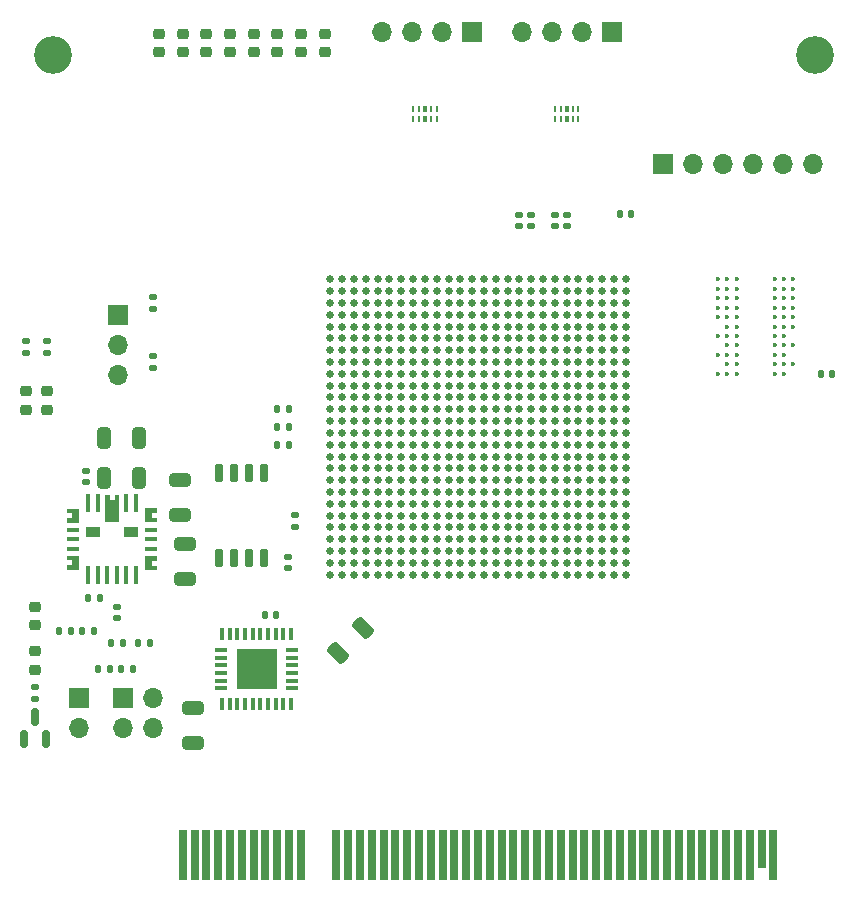
<source format=gts>
G04 #@! TF.GenerationSoftware,KiCad,Pcbnew,6.0.11+dfsg-1*
G04 #@! TF.CreationDate,2023-08-05T12:29:56+02:00*
G04 #@! TF.ProjectId,kintex-pcie,6b696e74-6578-42d7-9063-69652e6b6963,rev?*
G04 #@! TF.SameCoordinates,Original*
G04 #@! TF.FileFunction,Soldermask,Top*
G04 #@! TF.FilePolarity,Negative*
%FSLAX46Y46*%
G04 Gerber Fmt 4.6, Leading zero omitted, Abs format (unit mm)*
G04 Created by KiCad (PCBNEW 6.0.11+dfsg-1) date 2023-08-05 12:29:56*
%MOMM*%
%LPD*%
G01*
G04 APERTURE LIST*
G04 Aperture macros list*
%AMRoundRect*
0 Rectangle with rounded corners*
0 $1 Rounding radius*
0 $2 $3 $4 $5 $6 $7 $8 $9 X,Y pos of 4 corners*
0 Add a 4 corners polygon primitive as box body*
4,1,4,$2,$3,$4,$5,$6,$7,$8,$9,$2,$3,0*
0 Add four circle primitives for the rounded corners*
1,1,$1+$1,$2,$3*
1,1,$1+$1,$4,$5*
1,1,$1+$1,$6,$7*
1,1,$1+$1,$8,$9*
0 Add four rect primitives between the rounded corners*
20,1,$1+$1,$2,$3,$4,$5,0*
20,1,$1+$1,$4,$5,$6,$7,0*
20,1,$1+$1,$6,$7,$8,$9,0*
20,1,$1+$1,$8,$9,$2,$3,0*%
%AMFreePoly0*
4,1,9,0.550000,-0.975000,-0.550000,-0.975000,-0.550000,-0.625000,-0.050000,-0.625000,-0.050000,-0.175000,-0.550000,-0.175000,-0.550000,0.175000,0.550000,0.175000,0.550000,-0.975000,0.550000,-0.975000,$1*%
%AMFreePoly1*
4,1,9,1.750000,-0.975000,-0.550000,-0.975000,-0.550000,-0.625000,-0.050000,-0.625000,-0.050000,-0.175000,-0.550000,-0.175000,-0.550000,0.175000,1.750000,0.175000,1.750000,-0.975000,1.750000,-0.975000,$1*%
G04 Aperture macros list end*
%ADD10RoundRect,0.135000X-0.135000X-0.185000X0.135000X-0.185000X0.135000X0.185000X-0.135000X0.185000X0*%
%ADD11RoundRect,0.135000X0.185000X-0.135000X0.185000X0.135000X-0.185000X0.135000X-0.185000X-0.135000X0*%
%ADD12R,1.700000X1.700000*%
%ADD13O,1.700000X1.700000*%
%ADD14RoundRect,0.135000X0.135000X0.185000X-0.135000X0.185000X-0.135000X-0.185000X0.135000X-0.185000X0*%
%ADD15RoundRect,0.218750X-0.256250X0.218750X-0.256250X-0.218750X0.256250X-0.218750X0.256250X0.218750X0*%
%ADD16R,0.250000X0.610000*%
%ADD17R,0.380000X0.610000*%
%ADD18C,0.630000*%
%ADD19R,0.700000X4.300000*%
%ADD20R,0.700000X3.200000*%
%ADD21RoundRect,0.218750X0.256250X-0.218750X0.256250X0.218750X-0.256250X0.218750X-0.256250X-0.218750X0*%
%ADD22RoundRect,0.140000X0.170000X-0.140000X0.170000X0.140000X-0.170000X0.140000X-0.170000X-0.140000X0*%
%ADD23RoundRect,0.250000X0.650000X-0.325000X0.650000X0.325000X-0.650000X0.325000X-0.650000X-0.325000X0*%
%ADD24RoundRect,0.250000X0.325000X0.650000X-0.325000X0.650000X-0.325000X-0.650000X0.325000X-0.650000X0*%
%ADD25C,3.200000*%
%ADD26R,0.990600X0.355600*%
%ADD27R,0.355600X0.990600*%
%ADD28R,3.505200X3.505200*%
%ADD29RoundRect,0.140000X-0.140000X-0.170000X0.140000X-0.170000X0.140000X0.170000X-0.140000X0.170000X0*%
%ADD30RoundRect,0.135000X-0.185000X0.135000X-0.185000X-0.135000X0.185000X-0.135000X0.185000X0.135000X0*%
%ADD31RoundRect,0.150000X-0.150000X0.650000X-0.150000X-0.650000X0.150000X-0.650000X0.150000X0.650000X0*%
%ADD32FreePoly0,180.000000*%
%ADD33R,1.092200X0.355600*%
%ADD34R,0.355600X1.498600*%
%ADD35FreePoly1,270.000000*%
%ADD36FreePoly0,0.000000*%
%ADD37R,1.143000X0.812800*%
%ADD38RoundRect,0.140000X0.140000X0.170000X-0.140000X0.170000X-0.140000X-0.170000X0.140000X-0.170000X0*%
%ADD39RoundRect,0.150000X0.150000X-0.587500X0.150000X0.587500X-0.150000X0.587500X-0.150000X-0.587500X0*%
%ADD40C,0.360000*%
%ADD41RoundRect,0.140000X-0.170000X0.140000X-0.170000X-0.140000X0.170000X-0.140000X0.170000X0.140000X0*%
%ADD42RoundRect,0.250000X-0.650000X0.325000X-0.650000X-0.325000X0.650000X-0.325000X0.650000X0.325000X0*%
%ADD43RoundRect,0.250000X0.229810X-0.689429X0.689429X-0.229810X-0.229810X0.689429X-0.689429X0.229810X0*%
G04 APERTURE END LIST*
D10*
X51990000Y-102750000D03*
X53010000Y-102750000D03*
D11*
X60000000Y-80510000D03*
X60000000Y-79490000D03*
D12*
X86990000Y-52025000D03*
D13*
X84450000Y-52025000D03*
X81910000Y-52025000D03*
X79370000Y-52025000D03*
D12*
X103150000Y-63250000D03*
D13*
X105690000Y-63250000D03*
X108230000Y-63250000D03*
X110770000Y-63250000D03*
X113310000Y-63250000D03*
X115850000Y-63250000D03*
D14*
X58310000Y-106000000D03*
X57290000Y-106000000D03*
D10*
X56390000Y-103800000D03*
X57410000Y-103800000D03*
D15*
X72500000Y-52212500D03*
X72500000Y-53787500D03*
D16*
X94000000Y-59410000D03*
X94500000Y-59410000D03*
D17*
X95000000Y-59410000D03*
D16*
X95500000Y-59410000D03*
X96000000Y-59410000D03*
X96000000Y-58590000D03*
X95500000Y-58590000D03*
D17*
X95000000Y-58590000D03*
D16*
X94500000Y-58590000D03*
X94000000Y-58590000D03*
D15*
X66500000Y-52212500D03*
X66500000Y-53787500D03*
D12*
X98800000Y-52025000D03*
D13*
X96260000Y-52025000D03*
X93720000Y-52025000D03*
X91180000Y-52025000D03*
D10*
X53980000Y-102750000D03*
X55000000Y-102750000D03*
D16*
X82000000Y-59410000D03*
X82500000Y-59410000D03*
D17*
X83000000Y-59410000D03*
D16*
X83500000Y-59410000D03*
X84000000Y-59410000D03*
X84000000Y-58590000D03*
X83500000Y-58590000D03*
D17*
X83000000Y-58590000D03*
D16*
X82500000Y-58590000D03*
X82000000Y-58590000D03*
D18*
X100000000Y-98000000D03*
X99000000Y-98000000D03*
X98000000Y-98000000D03*
X97000000Y-98000000D03*
X96000000Y-98000000D03*
X95000000Y-98000000D03*
X94000000Y-98000000D03*
X93000000Y-98000000D03*
X92000000Y-98000000D03*
X91000000Y-98000000D03*
X90000000Y-98000000D03*
X89000000Y-98000000D03*
X88000000Y-98000000D03*
X87000000Y-98000000D03*
X86000000Y-98000000D03*
X85000000Y-98000000D03*
X84000000Y-98000000D03*
X83000000Y-98000000D03*
X82000000Y-98000000D03*
X81000000Y-98000000D03*
X80000000Y-98000000D03*
X79000000Y-98000000D03*
X78000000Y-98000000D03*
X77000000Y-98000000D03*
X76000000Y-98000000D03*
X75000000Y-98000000D03*
X100000000Y-78000000D03*
X99000000Y-78000000D03*
X98000000Y-78000000D03*
X97000000Y-78000000D03*
X96000000Y-78000000D03*
X95000000Y-78000000D03*
X94000000Y-78000000D03*
X93000000Y-78000000D03*
X92000000Y-78000000D03*
X91000000Y-78000000D03*
X90000000Y-78000000D03*
X89000000Y-78000000D03*
X88000000Y-78000000D03*
X87000000Y-78000000D03*
X86000000Y-78000000D03*
X85000000Y-78000000D03*
X84000000Y-78000000D03*
X83000000Y-78000000D03*
X82000000Y-78000000D03*
X81000000Y-78000000D03*
X80000000Y-78000000D03*
X79000000Y-78000000D03*
X78000000Y-78000000D03*
X77000000Y-78000000D03*
X76000000Y-78000000D03*
X75000000Y-78000000D03*
X100000000Y-77000000D03*
X99000000Y-77000000D03*
X98000000Y-77000000D03*
X97000000Y-77000000D03*
X96000000Y-77000000D03*
X95000000Y-77000000D03*
X94000000Y-77000000D03*
X93000000Y-77000000D03*
X92000000Y-77000000D03*
X91000000Y-77000000D03*
X90000000Y-77000000D03*
X89000000Y-77000000D03*
X88000000Y-77000000D03*
X87000000Y-77000000D03*
X86000000Y-77000000D03*
X85000000Y-77000000D03*
X84000000Y-77000000D03*
X83000000Y-77000000D03*
X82000000Y-77000000D03*
X81000000Y-77000000D03*
X80000000Y-77000000D03*
X79000000Y-77000000D03*
X78000000Y-77000000D03*
X77000000Y-77000000D03*
X76000000Y-77000000D03*
X75000000Y-77000000D03*
X100000000Y-76000000D03*
X99000000Y-76000000D03*
X98000000Y-76000000D03*
X97000000Y-76000000D03*
X96000000Y-76000000D03*
X95000000Y-76000000D03*
X94000000Y-76000000D03*
X93000000Y-76000000D03*
X92000000Y-76000000D03*
X91000000Y-76000000D03*
X90000000Y-76000000D03*
X89000000Y-76000000D03*
X88000000Y-76000000D03*
X87000000Y-76000000D03*
X86000000Y-76000000D03*
X85000000Y-76000000D03*
X84000000Y-76000000D03*
X83000000Y-76000000D03*
X82000000Y-76000000D03*
X81000000Y-76000000D03*
X80000000Y-76000000D03*
X79000000Y-76000000D03*
X78000000Y-76000000D03*
X77000000Y-76000000D03*
X76000000Y-76000000D03*
X75000000Y-76000000D03*
X100000000Y-75000000D03*
X99000000Y-75000000D03*
X98000000Y-75000000D03*
X97000000Y-75000000D03*
X96000000Y-75000000D03*
X95000000Y-75000000D03*
X94000000Y-75000000D03*
X93000000Y-75000000D03*
X92000000Y-75000000D03*
X91000000Y-75000000D03*
X90000000Y-75000000D03*
X89000000Y-75000000D03*
X88000000Y-75000000D03*
X87000000Y-75000000D03*
X86000000Y-75000000D03*
X85000000Y-75000000D03*
X84000000Y-75000000D03*
X83000000Y-75000000D03*
X82000000Y-75000000D03*
X81000000Y-75000000D03*
X80000000Y-75000000D03*
X79000000Y-75000000D03*
X78000000Y-75000000D03*
X77000000Y-75000000D03*
X76000000Y-75000000D03*
X75000000Y-75000000D03*
X100000000Y-74000000D03*
X99000000Y-74000000D03*
X98000000Y-74000000D03*
X97000000Y-74000000D03*
X96000000Y-74000000D03*
X95000000Y-74000000D03*
X94000000Y-74000000D03*
X93000000Y-74000000D03*
X92000000Y-74000000D03*
X91000000Y-74000000D03*
X90000000Y-74000000D03*
X89000000Y-74000000D03*
X88000000Y-74000000D03*
X87000000Y-74000000D03*
X86000000Y-74000000D03*
X85000000Y-74000000D03*
X84000000Y-74000000D03*
X83000000Y-74000000D03*
X82000000Y-74000000D03*
X81000000Y-74000000D03*
X80000000Y-74000000D03*
X79000000Y-74000000D03*
X78000000Y-74000000D03*
X77000000Y-74000000D03*
X76000000Y-74000000D03*
X75000000Y-74000000D03*
X100000000Y-73000000D03*
X99000000Y-73000000D03*
X98000000Y-73000000D03*
X97000000Y-73000000D03*
X96000000Y-73000000D03*
X95000000Y-73000000D03*
X94000000Y-73000000D03*
X93000000Y-73000000D03*
X92000000Y-73000000D03*
X91000000Y-73000000D03*
X90000000Y-73000000D03*
X89000000Y-73000000D03*
X88000000Y-73000000D03*
X87000000Y-73000000D03*
X86000000Y-73000000D03*
X85000000Y-73000000D03*
X84000000Y-73000000D03*
X83000000Y-73000000D03*
X82000000Y-73000000D03*
X81000000Y-73000000D03*
X80000000Y-73000000D03*
X79000000Y-73000000D03*
X78000000Y-73000000D03*
X77000000Y-73000000D03*
X76000000Y-73000000D03*
X75000000Y-73000000D03*
X100000000Y-97000000D03*
X99000000Y-97000000D03*
X98000000Y-97000000D03*
X97000000Y-97000000D03*
X96000000Y-97000000D03*
X95000000Y-97000000D03*
X94000000Y-97000000D03*
X93000000Y-97000000D03*
X92000000Y-97000000D03*
X91000000Y-97000000D03*
X90000000Y-97000000D03*
X89000000Y-97000000D03*
X88000000Y-97000000D03*
X87000000Y-97000000D03*
X86000000Y-97000000D03*
X85000000Y-97000000D03*
X84000000Y-97000000D03*
X83000000Y-97000000D03*
X82000000Y-97000000D03*
X81000000Y-97000000D03*
X80000000Y-97000000D03*
X79000000Y-97000000D03*
X78000000Y-97000000D03*
X77000000Y-97000000D03*
X76000000Y-97000000D03*
X75000000Y-97000000D03*
X100000000Y-96000000D03*
X99000000Y-96000000D03*
X98000000Y-96000000D03*
X97000000Y-96000000D03*
X96000000Y-96000000D03*
X95000000Y-96000000D03*
X94000000Y-96000000D03*
X93000000Y-96000000D03*
X92000000Y-96000000D03*
X91000000Y-96000000D03*
X90000000Y-96000000D03*
X89000000Y-96000000D03*
X88000000Y-96000000D03*
X87000000Y-96000000D03*
X86000000Y-96000000D03*
X85000000Y-96000000D03*
X84000000Y-96000000D03*
X83000000Y-96000000D03*
X82000000Y-96000000D03*
X81000000Y-96000000D03*
X80000000Y-96000000D03*
X79000000Y-96000000D03*
X78000000Y-96000000D03*
X77000000Y-96000000D03*
X76000000Y-96000000D03*
X75000000Y-96000000D03*
X100000000Y-95000000D03*
X99000000Y-95000000D03*
X98000000Y-95000000D03*
X97000000Y-95000000D03*
X96000000Y-95000000D03*
X95000000Y-95000000D03*
X94000000Y-95000000D03*
X93000000Y-95000000D03*
X92000000Y-95000000D03*
X91000000Y-95000000D03*
X90000000Y-95000000D03*
X89000000Y-95000000D03*
X88000000Y-95000000D03*
X87000000Y-95000000D03*
X86000000Y-95000000D03*
X85000000Y-95000000D03*
X84000000Y-95000000D03*
X83000000Y-95000000D03*
X82000000Y-95000000D03*
X81000000Y-95000000D03*
X80000000Y-95000000D03*
X79000000Y-95000000D03*
X78000000Y-95000000D03*
X77000000Y-95000000D03*
X76000000Y-95000000D03*
X75000000Y-95000000D03*
X100000000Y-94000000D03*
X99000000Y-94000000D03*
X98000000Y-94000000D03*
X97000000Y-94000000D03*
X96000000Y-94000000D03*
X95000000Y-94000000D03*
X94000000Y-94000000D03*
X93000000Y-94000000D03*
X92000000Y-94000000D03*
X91000000Y-94000000D03*
X90000000Y-94000000D03*
X89000000Y-94000000D03*
X88000000Y-94000000D03*
X87000000Y-94000000D03*
X86000000Y-94000000D03*
X85000000Y-94000000D03*
X84000000Y-94000000D03*
X83000000Y-94000000D03*
X82000000Y-94000000D03*
X81000000Y-94000000D03*
X80000000Y-94000000D03*
X79000000Y-94000000D03*
X78000000Y-94000000D03*
X77000000Y-94000000D03*
X76000000Y-94000000D03*
X75000000Y-94000000D03*
X100000000Y-93000000D03*
X99000000Y-93000000D03*
X98000000Y-93000000D03*
X97000000Y-93000000D03*
X96000000Y-93000000D03*
X95000000Y-93000000D03*
X94000000Y-93000000D03*
X93000000Y-93000000D03*
X92000000Y-93000000D03*
X91000000Y-93000000D03*
X90000000Y-93000000D03*
X89000000Y-93000000D03*
X88000000Y-93000000D03*
X87000000Y-93000000D03*
X86000000Y-93000000D03*
X85000000Y-93000000D03*
X84000000Y-93000000D03*
X83000000Y-93000000D03*
X82000000Y-93000000D03*
X81000000Y-93000000D03*
X80000000Y-93000000D03*
X79000000Y-93000000D03*
X78000000Y-93000000D03*
X77000000Y-93000000D03*
X76000000Y-93000000D03*
X75000000Y-93000000D03*
X100000000Y-92000000D03*
X99000000Y-92000000D03*
X98000000Y-92000000D03*
X97000000Y-92000000D03*
X96000000Y-92000000D03*
X95000000Y-92000000D03*
X94000000Y-92000000D03*
X93000000Y-92000000D03*
X92000000Y-92000000D03*
X91000000Y-92000000D03*
X90000000Y-92000000D03*
X89000000Y-92000000D03*
X88000000Y-92000000D03*
X87000000Y-92000000D03*
X86000000Y-92000000D03*
X85000000Y-92000000D03*
X84000000Y-92000000D03*
X83000000Y-92000000D03*
X82000000Y-92000000D03*
X81000000Y-92000000D03*
X80000000Y-92000000D03*
X79000000Y-92000000D03*
X78000000Y-92000000D03*
X77000000Y-92000000D03*
X76000000Y-92000000D03*
X75000000Y-92000000D03*
X100000000Y-91000000D03*
X99000000Y-91000000D03*
X98000000Y-91000000D03*
X97000000Y-91000000D03*
X96000000Y-91000000D03*
X95000000Y-91000000D03*
X94000000Y-91000000D03*
X93000000Y-91000000D03*
X92000000Y-91000000D03*
X91000000Y-91000000D03*
X90000000Y-91000000D03*
X89000000Y-91000000D03*
X88000000Y-91000000D03*
X87000000Y-91000000D03*
X86000000Y-91000000D03*
X85000000Y-91000000D03*
X84000000Y-91000000D03*
X83000000Y-91000000D03*
X82000000Y-91000000D03*
X81000000Y-91000000D03*
X80000000Y-91000000D03*
X79000000Y-91000000D03*
X78000000Y-91000000D03*
X77000000Y-91000000D03*
X76000000Y-91000000D03*
X75000000Y-91000000D03*
X100000000Y-90000000D03*
X99000000Y-90000000D03*
X98000000Y-90000000D03*
X97000000Y-90000000D03*
X96000000Y-90000000D03*
X95000000Y-90000000D03*
X94000000Y-90000000D03*
X93000000Y-90000000D03*
X92000000Y-90000000D03*
X91000000Y-90000000D03*
X90000000Y-90000000D03*
X89000000Y-90000000D03*
X88000000Y-90000000D03*
X87000000Y-90000000D03*
X86000000Y-90000000D03*
X85000000Y-90000000D03*
X84000000Y-90000000D03*
X83000000Y-90000000D03*
X82000000Y-90000000D03*
X81000000Y-90000000D03*
X80000000Y-90000000D03*
X79000000Y-90000000D03*
X78000000Y-90000000D03*
X77000000Y-90000000D03*
X76000000Y-90000000D03*
X75000000Y-90000000D03*
X100000000Y-89000000D03*
X99000000Y-89000000D03*
X98000000Y-89000000D03*
X97000000Y-89000000D03*
X96000000Y-89000000D03*
X95000000Y-89000000D03*
X94000000Y-89000000D03*
X93000000Y-89000000D03*
X92000000Y-89000000D03*
X91000000Y-89000000D03*
X90000000Y-89000000D03*
X89000000Y-89000000D03*
X88000000Y-89000000D03*
X87000000Y-89000000D03*
X86000000Y-89000000D03*
X85000000Y-89000000D03*
X84000000Y-89000000D03*
X83000000Y-89000000D03*
X82000000Y-89000000D03*
X81000000Y-89000000D03*
X80000000Y-89000000D03*
X79000000Y-89000000D03*
X78000000Y-89000000D03*
X77000000Y-89000000D03*
X76000000Y-89000000D03*
X75000000Y-89000000D03*
X100000000Y-88000000D03*
X99000000Y-88000000D03*
X98000000Y-88000000D03*
X97000000Y-88000000D03*
X96000000Y-88000000D03*
X95000000Y-88000000D03*
X94000000Y-88000000D03*
X93000000Y-88000000D03*
X92000000Y-88000000D03*
X91000000Y-88000000D03*
X90000000Y-88000000D03*
X89000000Y-88000000D03*
X88000000Y-88000000D03*
X87000000Y-88000000D03*
X86000000Y-88000000D03*
X85000000Y-88000000D03*
X84000000Y-88000000D03*
X83000000Y-88000000D03*
X82000000Y-88000000D03*
X81000000Y-88000000D03*
X80000000Y-88000000D03*
X79000000Y-88000000D03*
X78000000Y-88000000D03*
X77000000Y-88000000D03*
X76000000Y-88000000D03*
X75000000Y-88000000D03*
X100000000Y-87000000D03*
X99000000Y-87000000D03*
X98000000Y-87000000D03*
X97000000Y-87000000D03*
X96000000Y-87000000D03*
X95000000Y-87000000D03*
X94000000Y-87000000D03*
X93000000Y-87000000D03*
X92000000Y-87000000D03*
X91000000Y-87000000D03*
X90000000Y-87000000D03*
X89000000Y-87000000D03*
X88000000Y-87000000D03*
X87000000Y-87000000D03*
X86000000Y-87000000D03*
X85000000Y-87000000D03*
X84000000Y-87000000D03*
X83000000Y-87000000D03*
X82000000Y-87000000D03*
X81000000Y-87000000D03*
X80000000Y-87000000D03*
X79000000Y-87000000D03*
X78000000Y-87000000D03*
X77000000Y-87000000D03*
X76000000Y-87000000D03*
X75000000Y-87000000D03*
X100000000Y-86000000D03*
X99000000Y-86000000D03*
X98000000Y-86000000D03*
X97000000Y-86000000D03*
X96000000Y-86000000D03*
X95000000Y-86000000D03*
X94000000Y-86000000D03*
X93000000Y-86000000D03*
X92000000Y-86000000D03*
X91000000Y-86000000D03*
X90000000Y-86000000D03*
X89000000Y-86000000D03*
X88000000Y-86000000D03*
X87000000Y-86000000D03*
X86000000Y-86000000D03*
X85000000Y-86000000D03*
X84000000Y-86000000D03*
X83000000Y-86000000D03*
X82000000Y-86000000D03*
X81000000Y-86000000D03*
X80000000Y-86000000D03*
X79000000Y-86000000D03*
X78000000Y-86000000D03*
X77000000Y-86000000D03*
X76000000Y-86000000D03*
X75000000Y-86000000D03*
X100000000Y-85000000D03*
X99000000Y-85000000D03*
X98000000Y-85000000D03*
X97000000Y-85000000D03*
X96000000Y-85000000D03*
X95000000Y-85000000D03*
X94000000Y-85000000D03*
X93000000Y-85000000D03*
X92000000Y-85000000D03*
X91000000Y-85000000D03*
X90000000Y-85000000D03*
X89000000Y-85000000D03*
X88000000Y-85000000D03*
X87000000Y-85000000D03*
X86000000Y-85000000D03*
X85000000Y-85000000D03*
X84000000Y-85000000D03*
X83000000Y-85000000D03*
X82000000Y-85000000D03*
X81000000Y-85000000D03*
X80000000Y-85000000D03*
X79000000Y-85000000D03*
X78000000Y-85000000D03*
X77000000Y-85000000D03*
X76000000Y-85000000D03*
X75000000Y-85000000D03*
X100000000Y-84000000D03*
X99000000Y-84000000D03*
X98000000Y-84000000D03*
X97000000Y-84000000D03*
X96000000Y-84000000D03*
X95000000Y-84000000D03*
X94000000Y-84000000D03*
X93000000Y-84000000D03*
X92000000Y-84000000D03*
X91000000Y-84000000D03*
X90000000Y-84000000D03*
X89000000Y-84000000D03*
X88000000Y-84000000D03*
X87000000Y-84000000D03*
X86000000Y-84000000D03*
X85000000Y-84000000D03*
X84000000Y-84000000D03*
X83000000Y-84000000D03*
X82000000Y-84000000D03*
X81000000Y-84000000D03*
X80000000Y-84000000D03*
X79000000Y-84000000D03*
X78000000Y-84000000D03*
X77000000Y-84000000D03*
X76000000Y-84000000D03*
X75000000Y-84000000D03*
X100000000Y-83000000D03*
X99000000Y-83000000D03*
X98000000Y-83000000D03*
X97000000Y-83000000D03*
X96000000Y-83000000D03*
X95000000Y-83000000D03*
X94000000Y-83000000D03*
X93000000Y-83000000D03*
X92000000Y-83000000D03*
X91000000Y-83000000D03*
X90000000Y-83000000D03*
X89000000Y-83000000D03*
X88000000Y-83000000D03*
X87000000Y-83000000D03*
X86000000Y-83000000D03*
X85000000Y-83000000D03*
X84000000Y-83000000D03*
X83000000Y-83000000D03*
X82000000Y-83000000D03*
X81000000Y-83000000D03*
X80000000Y-83000000D03*
X79000000Y-83000000D03*
X78000000Y-83000000D03*
X77000000Y-83000000D03*
X76000000Y-83000000D03*
X75000000Y-83000000D03*
X100000000Y-82000000D03*
X99000000Y-82000000D03*
X98000000Y-82000000D03*
X97000000Y-82000000D03*
X96000000Y-82000000D03*
X95000000Y-82000000D03*
X94000000Y-82000000D03*
X93000000Y-82000000D03*
X92000000Y-82000000D03*
X91000000Y-82000000D03*
X90000000Y-82000000D03*
X89000000Y-82000000D03*
X88000000Y-82000000D03*
X87000000Y-82000000D03*
X86000000Y-82000000D03*
X85000000Y-82000000D03*
X84000000Y-82000000D03*
X83000000Y-82000000D03*
X82000000Y-82000000D03*
X81000000Y-82000000D03*
X80000000Y-82000000D03*
X79000000Y-82000000D03*
X78000000Y-82000000D03*
X77000000Y-82000000D03*
X76000000Y-82000000D03*
X75000000Y-82000000D03*
X100000000Y-81000000D03*
X99000000Y-81000000D03*
X98000000Y-81000000D03*
X97000000Y-81000000D03*
X96000000Y-81000000D03*
X95000000Y-81000000D03*
X94000000Y-81000000D03*
X93000000Y-81000000D03*
X92000000Y-81000000D03*
X91000000Y-81000000D03*
X90000000Y-81000000D03*
X89000000Y-81000000D03*
X88000000Y-81000000D03*
X87000000Y-81000000D03*
X86000000Y-81000000D03*
X85000000Y-81000000D03*
X84000000Y-81000000D03*
X83000000Y-81000000D03*
X82000000Y-81000000D03*
X81000000Y-81000000D03*
X80000000Y-81000000D03*
X79000000Y-81000000D03*
X78000000Y-81000000D03*
X77000000Y-81000000D03*
X76000000Y-81000000D03*
X75000000Y-81000000D03*
X100000000Y-80000000D03*
X99000000Y-80000000D03*
X98000000Y-80000000D03*
X97000000Y-80000000D03*
X96000000Y-80000000D03*
X95000000Y-80000000D03*
X94000000Y-80000000D03*
X93000000Y-80000000D03*
X92000000Y-80000000D03*
X91000000Y-80000000D03*
X90000000Y-80000000D03*
X89000000Y-80000000D03*
X88000000Y-80000000D03*
X87000000Y-80000000D03*
X86000000Y-80000000D03*
X85000000Y-80000000D03*
X84000000Y-80000000D03*
X83000000Y-80000000D03*
X82000000Y-80000000D03*
X81000000Y-80000000D03*
X80000000Y-80000000D03*
X79000000Y-80000000D03*
X78000000Y-80000000D03*
X77000000Y-80000000D03*
X76000000Y-80000000D03*
X75000000Y-80000000D03*
X100000000Y-79000000D03*
X99000000Y-79000000D03*
X98000000Y-79000000D03*
X97000000Y-79000000D03*
X96000000Y-79000000D03*
X95000000Y-79000000D03*
X94000000Y-79000000D03*
X93000000Y-79000000D03*
X92000000Y-79000000D03*
X91000000Y-79000000D03*
X90000000Y-79000000D03*
X89000000Y-79000000D03*
X88000000Y-79000000D03*
X87000000Y-79000000D03*
X86000000Y-79000000D03*
X85000000Y-79000000D03*
X84000000Y-79000000D03*
X83000000Y-79000000D03*
X82000000Y-79000000D03*
X81000000Y-79000000D03*
X80000000Y-79000000D03*
X79000000Y-79000000D03*
X78000000Y-79000000D03*
X77000000Y-79000000D03*
X76000000Y-79000000D03*
X75000000Y-79000000D03*
D12*
X57000000Y-76000000D03*
D13*
X57000000Y-78540000D03*
X57000000Y-81080000D03*
D19*
X62500000Y-121750000D03*
X63500000Y-121750000D03*
X64500000Y-121750000D03*
X65500000Y-121750000D03*
X66500000Y-121750000D03*
X67500000Y-121750000D03*
X68500000Y-121750000D03*
X69500000Y-121750000D03*
X70500000Y-121750000D03*
X71500000Y-121750000D03*
X72500000Y-121750000D03*
X75500000Y-121750000D03*
X76500000Y-121750000D03*
X77500000Y-121750000D03*
X78500000Y-121750000D03*
X79500000Y-121750000D03*
X80500000Y-121750000D03*
X81500000Y-121750000D03*
X82500000Y-121750000D03*
X83500000Y-121750000D03*
X84500000Y-121750000D03*
X85500000Y-121750000D03*
X86500000Y-121750000D03*
X87500000Y-121750000D03*
X88500000Y-121750000D03*
X89500000Y-121750000D03*
X90500000Y-121750000D03*
X91500000Y-121750000D03*
X92500000Y-121750000D03*
X93500000Y-121750000D03*
X94500000Y-121750000D03*
X95500000Y-121750000D03*
X96500000Y-121750000D03*
X97500000Y-121750000D03*
X98500000Y-121750000D03*
X99500000Y-121750000D03*
X100500000Y-121750000D03*
X101500000Y-121750000D03*
X102500000Y-121750000D03*
X103500000Y-121750000D03*
X104500000Y-121750000D03*
X105500000Y-121750000D03*
X106500000Y-121750000D03*
X107500000Y-121750000D03*
X108500000Y-121750000D03*
X109500000Y-121750000D03*
X110500000Y-121750000D03*
D20*
X111500000Y-121200000D03*
D19*
X112500000Y-121750000D03*
D21*
X50000000Y-106037500D03*
X50000000Y-104462500D03*
D14*
X56310000Y-106000000D03*
X55290000Y-106000000D03*
D15*
X60500000Y-52212500D03*
X60500000Y-53787500D03*
D22*
X56900000Y-101680000D03*
X56900000Y-100720000D03*
D23*
X62230000Y-92915000D03*
X62230000Y-89965000D03*
D24*
X58775000Y-86400000D03*
X55825000Y-86400000D03*
D25*
X116000000Y-54000000D03*
D22*
X54300000Y-90180000D03*
X54300000Y-89220000D03*
D14*
X71510000Y-87000000D03*
X70490000Y-87000000D03*
D26*
X65765500Y-104374999D03*
X65765500Y-105025001D03*
X65765500Y-105674999D03*
X65765500Y-106325001D03*
X65765500Y-106974999D03*
X65765500Y-107625001D03*
D27*
X65825000Y-108984500D03*
X66475001Y-108984500D03*
X67124999Y-108984500D03*
X67775001Y-108984500D03*
X68424999Y-108984500D03*
X69075001Y-108984500D03*
X69724999Y-108984500D03*
X70375001Y-108984500D03*
X71024999Y-108984500D03*
X71675000Y-108984500D03*
D26*
X71734500Y-107625001D03*
X71734500Y-106974999D03*
X71734500Y-106325001D03*
X71734500Y-105674999D03*
X71734500Y-105025001D03*
X71734500Y-104374999D03*
D27*
X71675000Y-103015500D03*
X71024999Y-103015500D03*
X70375001Y-103015500D03*
X69724999Y-103015500D03*
X69075001Y-103015500D03*
X68424999Y-103015500D03*
X67775001Y-103015500D03*
X67124999Y-103015500D03*
X66475001Y-103015500D03*
X65825000Y-103015500D03*
D28*
X68750000Y-106000000D03*
D29*
X99520000Y-67500000D03*
X100480000Y-67500000D03*
D30*
X60000000Y-74490000D03*
X60000000Y-75510000D03*
D22*
X95000000Y-68480000D03*
X95000000Y-67520000D03*
D31*
X69405000Y-89400000D03*
X68135000Y-89400000D03*
X66865000Y-89400000D03*
X65595000Y-89400000D03*
X65595000Y-96600000D03*
X66865000Y-96600000D03*
X68135000Y-96600000D03*
X69405000Y-96600000D03*
D32*
X59799998Y-97400000D03*
D33*
X59799998Y-95800001D03*
X59799998Y-95000000D03*
X59799998Y-94199999D03*
D32*
X59799998Y-93400001D03*
D34*
X58500250Y-91949968D03*
X57700150Y-91949968D03*
D35*
X56900000Y-91750000D03*
D34*
X55299850Y-91949968D03*
X54499750Y-91949968D03*
D36*
X53200002Y-92600000D03*
D33*
X53200002Y-94199999D03*
X53200002Y-95000000D03*
X53200002Y-95800001D03*
D36*
X53200002Y-96599999D03*
D34*
X54500001Y-98049999D03*
X55300000Y-98049999D03*
X56100001Y-98049999D03*
X56899999Y-98049999D03*
X57700000Y-98049999D03*
X58500001Y-98049999D03*
D37*
X58099999Y-94424944D03*
X54900001Y-94424944D03*
D11*
X49250000Y-79260000D03*
X49250000Y-78240000D03*
D24*
X58775000Y-89800000D03*
X55825000Y-89800000D03*
D38*
X70380000Y-101400000D03*
X69420000Y-101400000D03*
D14*
X71510000Y-85500000D03*
X70490000Y-85500000D03*
D15*
X62500000Y-52212500D03*
X62500000Y-53787500D03*
D11*
X51000000Y-79260000D03*
X51000000Y-78240000D03*
D15*
X49250000Y-82462500D03*
X49250000Y-84037500D03*
D14*
X71510000Y-84000000D03*
X70490000Y-84000000D03*
D22*
X94000000Y-68480000D03*
X94000000Y-67520000D03*
D15*
X64500000Y-52212500D03*
X64500000Y-53787500D03*
D30*
X72000000Y-92990000D03*
X72000000Y-94010000D03*
D10*
X58690000Y-103800000D03*
X59710000Y-103800000D03*
D25*
X51500000Y-54000000D03*
D12*
X53750000Y-108470000D03*
D13*
X53750000Y-111010000D03*
D15*
X68500000Y-52212500D03*
X68500000Y-53787500D03*
X51000000Y-82462500D03*
X51000000Y-84037500D03*
D12*
X57475000Y-108475000D03*
D13*
X60015000Y-108475000D03*
X57475000Y-111015000D03*
X60015000Y-111015000D03*
D30*
X50000000Y-107490000D03*
X50000000Y-108510000D03*
D39*
X49050000Y-111937500D03*
X50950000Y-111937500D03*
X50000000Y-110062500D03*
D40*
X107800000Y-73000000D03*
X108600000Y-73000000D03*
X109400000Y-73000000D03*
X112600000Y-73000000D03*
X113400000Y-73000000D03*
X114200000Y-73000000D03*
X107800000Y-73800000D03*
X108600000Y-73800000D03*
X109400000Y-73800000D03*
X112600000Y-73800000D03*
X113400000Y-73800000D03*
X114200000Y-73800000D03*
X107800000Y-74600000D03*
X108600000Y-74600000D03*
X109400000Y-74600000D03*
X112600000Y-74600000D03*
X113400000Y-74600000D03*
X114200000Y-74600000D03*
X107800000Y-75400000D03*
X108600000Y-75400000D03*
X109400000Y-75400000D03*
X112600000Y-75400000D03*
X113400000Y-75400000D03*
X114200000Y-75400000D03*
X107800000Y-76200000D03*
X108600000Y-76200000D03*
X109400000Y-76200000D03*
X112600000Y-76200000D03*
X113400000Y-76200000D03*
X114200000Y-76200000D03*
X108600000Y-77000000D03*
X109400000Y-77000000D03*
X112600000Y-77000000D03*
X113400000Y-77000000D03*
X114200000Y-77000000D03*
X107800000Y-77800000D03*
X108600000Y-77800000D03*
X109400000Y-77800000D03*
X112600000Y-77800000D03*
X113400000Y-77800000D03*
X108600000Y-78600000D03*
X109400000Y-78600000D03*
X112600000Y-78600000D03*
X113400000Y-78600000D03*
X114200000Y-78600000D03*
X107800000Y-79400000D03*
X108600000Y-79400000D03*
X109400000Y-79400000D03*
X112600000Y-79400000D03*
X113400000Y-79400000D03*
X108600000Y-80200000D03*
X109400000Y-80200000D03*
X112600000Y-80200000D03*
X113400000Y-80200000D03*
X114200000Y-80200000D03*
X107800000Y-81000000D03*
X108600000Y-81000000D03*
X109400000Y-81000000D03*
X112600000Y-81000000D03*
X113400000Y-81000000D03*
D15*
X70500000Y-52212500D03*
X70500000Y-53787500D03*
X50000000Y-100712500D03*
X50000000Y-102287500D03*
X74500000Y-52212500D03*
X74500000Y-53787500D03*
D41*
X71400000Y-96520000D03*
X71400000Y-97480000D03*
D22*
X92000000Y-68480000D03*
X92000000Y-67520000D03*
D42*
X62700000Y-95425000D03*
X62700000Y-98375000D03*
D14*
X55510000Y-100000000D03*
X54490000Y-100000000D03*
D43*
X75657017Y-104642983D03*
X77742983Y-102557017D03*
D29*
X116520000Y-81000000D03*
X117480000Y-81000000D03*
D22*
X91000000Y-68480000D03*
X91000000Y-67520000D03*
D42*
X63400000Y-109325000D03*
X63400000Y-112275000D03*
M02*

</source>
